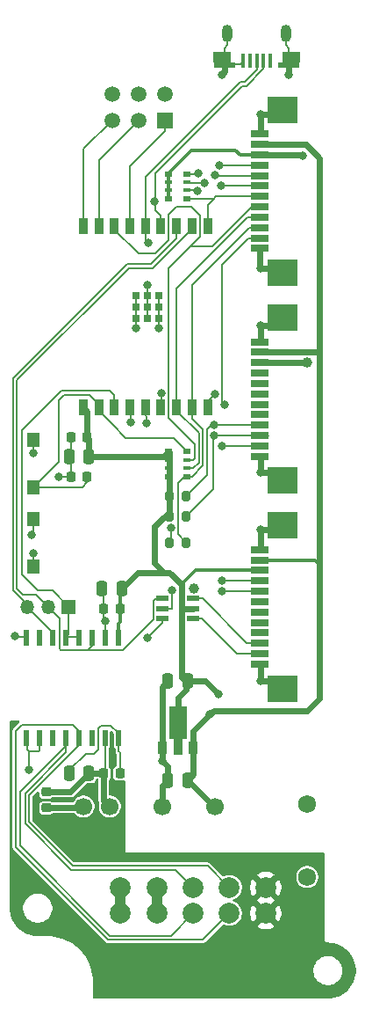
<source format=gbr>
%TF.GenerationSoftware,KiCad,Pcbnew,9.0.0*%
%TF.CreationDate,2025-03-09T10:42:14+03:00*%
%TF.ProjectId,PM_MCU-ESP32_C3,504d5f4d-4355-42d4-9553-5033325f4333,rev?*%
%TF.SameCoordinates,Original*%
%TF.FileFunction,Copper,L1,Top*%
%TF.FilePolarity,Positive*%
%FSLAX46Y46*%
G04 Gerber Fmt 4.6, Leading zero omitted, Abs format (unit mm)*
G04 Created by KiCad (PCBNEW 9.0.0) date 2025-03-09 10:42:14*
%MOMM*%
%LPD*%
G01*
G04 APERTURE LIST*
G04 Aperture macros list*
%AMRoundRect*
0 Rectangle with rounded corners*
0 $1 Rounding radius*
0 $2 $3 $4 $5 $6 $7 $8 $9 X,Y pos of 4 corners*
0 Add a 4 corners polygon primitive as box body*
4,1,4,$2,$3,$4,$5,$6,$7,$8,$9,$2,$3,0*
0 Add four circle primitives for the rounded corners*
1,1,$1+$1,$2,$3*
1,1,$1+$1,$4,$5*
1,1,$1+$1,$6,$7*
1,1,$1+$1,$8,$9*
0 Add four rect primitives between the rounded corners*
20,1,$1+$1,$2,$3,$4,$5,0*
20,1,$1+$1,$4,$5,$6,$7,0*
20,1,$1+$1,$6,$7,$8,$9,0*
20,1,$1+$1,$8,$9,$2,$3,0*%
%AMFreePoly0*
4,1,9,3.862500,-0.866500,0.737500,-0.866500,0.737500,-0.450000,-0.737500,-0.450000,-0.737500,0.450000,0.737500,0.450000,0.737500,0.866500,3.862500,0.866500,3.862500,-0.866500,3.862500,-0.866500,$1*%
G04 Aperture macros list end*
%TA.AperFunction,SMDPad,CuDef*%
%ADD10R,1.803400X0.635000*%
%TD*%
%TA.AperFunction,SMDPad,CuDef*%
%ADD11R,2.997200X2.590800*%
%TD*%
%TA.AperFunction,SMDPad,CuDef*%
%ADD12R,1.244600X1.346200*%
%TD*%
%TA.AperFunction,SMDPad,CuDef*%
%ADD13R,0.889000X1.498600*%
%TD*%
%TA.AperFunction,SMDPad,CuDef*%
%ADD14R,0.711200X0.711200*%
%TD*%
%TA.AperFunction,SMDPad,CuDef*%
%ADD15RoundRect,0.225000X0.225000X0.250000X-0.225000X0.250000X-0.225000X-0.250000X0.225000X-0.250000X0*%
%TD*%
%TA.AperFunction,ComponentPad*%
%ADD16R,1.500000X1.500000*%
%TD*%
%TA.AperFunction,ComponentPad*%
%ADD17C,1.500000*%
%TD*%
%TA.AperFunction,SMDPad,CuDef*%
%ADD18RoundRect,0.225000X0.225000X-0.425000X0.225000X0.425000X-0.225000X0.425000X-0.225000X-0.425000X0*%
%TD*%
%TA.AperFunction,SMDPad,CuDef*%
%ADD19FreePoly0,90.000000*%
%TD*%
%TA.AperFunction,SMDPad,CuDef*%
%ADD20R,0.406400X1.350000*%
%TD*%
%TA.AperFunction,SMDPad,CuDef*%
%ADD21R,1.679095X1.075150*%
%TD*%
%TA.AperFunction,SMDPad,CuDef*%
%ADD22R,2.108196X0.525058*%
%TD*%
%TA.AperFunction,ComponentPad*%
%ADD23O,1.000000X1.700000*%
%TD*%
%TA.AperFunction,SMDPad,CuDef*%
%ADD24R,0.800000X0.500000*%
%TD*%
%TA.AperFunction,SMDPad,CuDef*%
%ADD25R,0.800000X0.400000*%
%TD*%
%TA.AperFunction,SMDPad,CuDef*%
%ADD26RoundRect,0.250000X0.250000X0.475000X-0.250000X0.475000X-0.250000X-0.475000X0.250000X-0.475000X0*%
%TD*%
%TA.AperFunction,SMDPad,CuDef*%
%ADD27R,0.482600X1.549400*%
%TD*%
%TA.AperFunction,ComponentPad*%
%ADD28C,2.000000*%
%TD*%
%TA.AperFunction,SMDPad,CuDef*%
%ADD29RoundRect,0.200000X-0.200000X-0.275000X0.200000X-0.275000X0.200000X0.275000X-0.200000X0.275000X0*%
%TD*%
%TA.AperFunction,SMDPad,CuDef*%
%ADD30RoundRect,0.250000X-0.250000X-0.475000X0.250000X-0.475000X0.250000X0.475000X-0.250000X0.475000X0*%
%TD*%
%TA.AperFunction,SMDPad,CuDef*%
%ADD31R,1.181100X0.558800*%
%TD*%
%TA.AperFunction,ComponentPad*%
%ADD32C,1.725000*%
%TD*%
%TA.AperFunction,ComponentPad*%
%ADD33C,1.700000*%
%TD*%
%TA.AperFunction,ComponentPad*%
%ADD34R,1.350000X1.350000*%
%TD*%
%TA.AperFunction,ComponentPad*%
%ADD35O,1.350000X1.350000*%
%TD*%
%TA.AperFunction,SMDPad,CuDef*%
%ADD36RoundRect,0.225000X0.250000X-0.225000X0.250000X0.225000X-0.250000X0.225000X-0.250000X-0.225000X0*%
%TD*%
%TA.AperFunction,ViaPad*%
%ADD37C,0.800000*%
%TD*%
%TA.AperFunction,ViaPad*%
%ADD38C,1.000000*%
%TD*%
%TA.AperFunction,Conductor*%
%ADD39C,0.200000*%
%TD*%
%TA.AperFunction,Conductor*%
%ADD40C,0.600000*%
%TD*%
%TA.AperFunction,Conductor*%
%ADD41C,0.300000*%
%TD*%
%TA.AperFunction,Conductor*%
%ADD42C,1.000000*%
%TD*%
G04 APERTURE END LIST*
D10*
%TO.P,J3,1,Pin_1*%
%TO.N,GND_MCU*%
X24444000Y24500008D03*
%TO.P,J3,2,Pin_2*%
%TO.N,/INT*%
X24444000Y25500006D03*
%TO.P,J3,3,Pin_3*%
%TO.N,/CS3*%
X24444000Y26500004D03*
%TO.P,J3,4,Pin_4*%
%TO.N,/CS2*%
X24444000Y27500002D03*
%TO.P,J3,5,Pin_5*%
%TO.N,/CS1*%
X24444000Y28500000D03*
%TO.P,J3,6,Pin_6*%
%TO.N,/CS0*%
X24444000Y29500000D03*
%TO.P,J3,7,Pin_7*%
%TO.N,/SCK*%
X24444000Y30500000D03*
%TO.P,J3,8,Pin_8*%
%TO.N,/MISO*%
X24444000Y31500000D03*
%TO.P,J3,9,Pin_9*%
%TO.N,/MOSI*%
X24444000Y32499998D03*
%TO.P,J3,10,Pin_10*%
%TO.N,+3.3V_MCU*%
X24444000Y33499996D03*
%TO.P,J3,11,Pin_11*%
%TO.N,+5V_MCU*%
X24444000Y34499994D03*
%TO.P,J3,12,Pin_11*%
%TO.N,GND_MCU*%
X24444000Y35499992D03*
D11*
%TO.P,J3,13,Pin_11*%
X26614001Y22149997D03*
X26614001Y37850003D03*
%TD*%
D10*
%TO.P,J2,1,Pin_1*%
%TO.N,GND_MCU*%
X24444000Y4500008D03*
%TO.P,J2,2,Pin_2*%
%TO.N,/INT*%
X24444000Y5500006D03*
%TO.P,J2,3,Pin_3*%
%TO.N,/SCL*%
X24444000Y6500004D03*
%TO.P,J2,4,Pin_4*%
%TO.N,/SDA*%
X24444000Y7500002D03*
%TO.P,J2,5,Pin_5*%
%TO.N,unconnected-(J2-Pin_5-Pad5)*%
X24444000Y8500000D03*
%TO.P,J2,6,Pin_6*%
%TO.N,unconnected-(J2-Pin_6-Pad6)*%
X24444000Y9500000D03*
%TO.P,J2,7,Pin_7*%
%TO.N,unconnected-(J2-Pin_7-Pad7)*%
X24444000Y10500000D03*
%TO.P,J2,8,Pin_8*%
%TO.N,unconnected-(J2-Pin_8-Pad8)*%
X24444000Y11500000D03*
%TO.P,J2,9,Pin_9*%
%TO.N,unconnected-(J2-Pin_9-Pad9)*%
X24444000Y12499998D03*
%TO.P,J2,10,Pin_10*%
%TO.N,+3.3V_MCU*%
X24444000Y13499996D03*
%TO.P,J2,11,Pin_11*%
%TO.N,+5V_MCU*%
X24444000Y14499994D03*
%TO.P,J2,12,Pin_11*%
%TO.N,GND_MCU*%
X24444000Y15499992D03*
D11*
%TO.P,J2,13,Pin_11*%
X26614001Y2149997D03*
X26614001Y17850003D03*
%TD*%
D12*
%TO.P,SW2,1,1*%
%TO.N,GND_MCU*%
X2540000Y6096000D03*
%TO.P,SW2,2,2*%
%TO.N,/EN*%
X2540000Y1524000D03*
%TD*%
D13*
%TO.P,U1,1,3V3*%
%TO.N,+3.3V_MCU*%
X7390002Y9170000D03*
%TO.P,U1,2,EN*%
%TO.N,/EN*%
X8890001Y9170000D03*
%TO.P,U1,3,IO4*%
%TO.N,/UART_RTS*%
X10390001Y9170000D03*
%TO.P,U1,4,IO5*%
%TO.N,/SCL*%
X11890000Y9170000D03*
%TO.P,U1,5,IO6*%
%TO.N,/SDA*%
X13390000Y9170000D03*
%TO.P,U1,6,IO7*%
%TO.N,/INT*%
X14890000Y9170000D03*
%TO.P,U1,7,IO8*%
%TO.N,/CS2*%
X16390002Y9170000D03*
%TO.P,U1,8,IO9*%
%TO.N,/CS3*%
X17890001Y9170000D03*
%TO.P,U1,9,GND*%
%TO.N,GND_MCU*%
X19390001Y9170000D03*
%TO.P,U1,10,IO10*%
%TO.N,/CS0*%
X19389998Y26670000D03*
%TO.P,U1,11,RXD_(IO20)*%
%TO.N,/UART_RX*%
X17889999Y26670000D03*
%TO.P,U1,12,TXD_(IO21)*%
%TO.N,/UART_TX*%
X16389999Y26670000D03*
%TO.P,U1,13,IO18_(USB_D-)*%
%TO.N,/USB_D-*%
X14890000Y26670000D03*
%TO.P,U1,14,IO19_(USB_D+)*%
%TO.N,/USB_D+*%
X13390000Y26670000D03*
%TO.P,U1,15,IO3*%
%TO.N,/SCK*%
X11890000Y26670000D03*
%TO.P,U1,16,IO2*%
%TO.N,/CS1*%
X10389998Y26670000D03*
%TO.P,U1,17,IO1*%
%TO.N,/MISO*%
X8889999Y26670000D03*
%TO.P,U1,18,IO0*%
%TO.N,/MOSI*%
X7389999Y26670000D03*
D14*
%TO.P,U1,EPAD,EPAD*%
%TO.N,GND_MCU*%
X12490000Y17780000D03*
X13590000Y17780000D03*
X14690000Y17780000D03*
X12490000Y18880000D03*
X13590000Y18880000D03*
X14690000Y18880000D03*
X12490000Y19980000D03*
X13590000Y19980000D03*
X14690000Y19980000D03*
%TD*%
D15*
%TO.P,C8,1*%
%TO.N,+3.3V_MCU*%
X10935000Y-10160000D03*
%TO.P,C8,2*%
%TO.N,GND_MCU*%
X9385000Y-10160000D03*
%TD*%
%TO.P,C1,1*%
%TO.N,/EN*%
X7760000Y2540000D03*
%TO.P,C1,2*%
%TO.N,GND_MCU*%
X6210000Y2540000D03*
%TD*%
D16*
%TO.P,SW4,1*%
%TO.N,/SCK*%
X15240000Y36830000D03*
D17*
%TO.P,SW4,2*%
%TO.N,/MISO*%
X12700000Y36830000D03*
%TO.P,SW4,3*%
%TO.N,/MOSI*%
X10160000Y36830000D03*
%TO.P,SW4,4*%
%TO.N,Net-(RN1A-R1.2)*%
X10160000Y39370000D03*
%TO.P,SW4,5*%
%TO.N,Net-(RN1B-R2.2)*%
X12700000Y39370000D03*
%TO.P,SW4,6*%
%TO.N,Net-(RN1C-R3.2)*%
X15240000Y39370000D03*
%TD*%
D18*
%TO.P,U2,1,GND*%
%TO.N,GND_MCU*%
X15010000Y-23540000D03*
D19*
%TO.P,U2,2,OUTPUT*%
%TO.N,+3.3V_MCU*%
X16510000Y-23452500D03*
D18*
%TO.P,U2,3,INPUT*%
%TO.N,+5V_MCU*%
X18010000Y-23540000D03*
%TD*%
D20*
%TO.P,J1,1,VBUS*%
%TO.N,unconnected-(J1-VBUS-Pad1)*%
X25430000Y42527092D03*
%TO.P,J1,2,D-*%
%TO.N,/USB_D-*%
X24780014Y42527092D03*
%TO.P,J1,3,D+*%
%TO.N,/USB_D+*%
X24130028Y42527092D03*
%TO.P,J1,4,ID*%
%TO.N,unconnected-(J1-ID-Pad4)*%
X23480042Y42527092D03*
D21*
%TO.P,J1,5,GND*%
%TO.N,GND_MCU*%
X27444579Y42914733D03*
D22*
X27230029Y42114629D03*
D23*
X26955029Y45202208D03*
D20*
X22830056Y42527092D03*
D23*
X21305027Y45202208D03*
D22*
X21030031Y42114621D03*
D21*
X20815481Y42914725D03*
%TD*%
D15*
%TO.P,C5,1*%
%TO.N,+3.3V_MCU*%
X7760000Y6350000D03*
%TO.P,C5,2*%
%TO.N,GND_MCU*%
X6210000Y6350000D03*
%TD*%
D24*
%TO.P,RN2,1,R1.1*%
%TO.N,+3.3V_MCU*%
X15610000Y4940000D03*
D25*
%TO.P,RN2,2,R2.1*%
X15610000Y4140000D03*
%TO.P,RN2,3,R3.1*%
X15610000Y3340000D03*
D24*
%TO.P,RN2,4,R4.1*%
X15610000Y2540000D03*
%TO.P,RN2,5,R4.2*%
%TO.N,/CS3*%
X17410000Y2540000D03*
D25*
%TO.P,RN2,6,R3.2*%
%TO.N,/CS2*%
X17410000Y3340000D03*
%TO.P,RN2,7,R2.2*%
%TO.N,/CS1*%
X17410000Y4140000D03*
D24*
%TO.P,RN2,8,R1.2*%
%TO.N,/EN*%
X17410000Y4940000D03*
%TD*%
D26*
%TO.P,C10,1*%
%TO.N,+5V_MCU*%
X17460000Y-26670000D03*
%TO.P,C10,2*%
%TO.N,GND_MCU*%
X15560000Y-26670000D03*
%TD*%
D27*
%TO.P,U6,1,VDD*%
%TO.N,+3.3V_MCU*%
X10795000Y-12954000D03*
%TO.P,U6,2,GNDA*%
%TO.N,GND_MCU*%
X9525000Y-12954000D03*
%TO.P,U6,3,RO*%
%TO.N,/UART_RX*%
X8255000Y-12954000D03*
%TO.P,U6,4,RE*%
%TO.N,/UART_RTS*%
X6985000Y-12954000D03*
%TO.P,U6,5,DE*%
X5715000Y-12954000D03*
%TO.P,U6,6,DI*%
%TO.N,/UART_TX*%
X4445000Y-12954000D03*
%TO.P,U6,7,NC*%
%TO.N,unconnected-(U6-NC-Pad7)*%
X3175000Y-12954000D03*
%TO.P,U6,8,GNDA*%
%TO.N,GND_MCU*%
X1905000Y-12954000D03*
%TO.P,U6,9,GNDB*%
%TO.N,GND_BUS*%
X1905000Y-22606000D03*
%TO.P,U6,10,SEL*%
X3175000Y-22606000D03*
%TO.P,U6,11,NC*%
%TO.N,unconnected-(U6-NC-Pad11)*%
X4445000Y-22606000D03*
%TO.P,U6,12,A*%
%TO.N,/A*%
X5715000Y-22606000D03*
%TO.P,U6,13,B*%
%TO.N,/B*%
X6985000Y-22606000D03*
%TO.P,U6,14,NC*%
%TO.N,unconnected-(U6-NC-Pad14)*%
X8255000Y-22606000D03*
%TO.P,U6,15,GNDB*%
%TO.N,GND_BUS*%
X9525000Y-22606000D03*
%TO.P,U6,16,VISO*%
%TO.N,+3.3V_BUS*%
X10795000Y-22606000D03*
%TD*%
D10*
%TO.P,J4,1,Pin_1*%
%TO.N,GND_MCU*%
X24444000Y-15499992D03*
%TO.P,J4,2,Pin_2*%
%TO.N,Net-(J4-Pin_2)*%
X24444000Y-14499994D03*
%TO.P,J4,3,Pin_3*%
%TO.N,Net-(J4-Pin_3)*%
X24444000Y-13499996D03*
%TO.P,J4,4,Pin_4*%
%TO.N,unconnected-(J4-Pin_4-Pad4)*%
X24444000Y-12499998D03*
%TO.P,J4,5,Pin_5*%
%TO.N,unconnected-(J4-Pin_5-Pad5)*%
X24444000Y-11500000D03*
%TO.P,J4,6,Pin_6*%
%TO.N,unconnected-(J4-Pin_6-Pad6)*%
X24444000Y-10500000D03*
%TO.P,J4,7,Pin_7*%
%TO.N,unconnected-(J4-Pin_7-Pad7)*%
X24444000Y-9500000D03*
%TO.P,J4,8,Pin_8*%
%TO.N,/USB_D+*%
X24444000Y-8500000D03*
%TO.P,J4,9,Pin_9*%
%TO.N,/USB_D-*%
X24444000Y-7500002D03*
%TO.P,J4,10,Pin_10*%
%TO.N,+3.3V_MCU*%
X24444000Y-6500004D03*
%TO.P,J4,11,Pin_11*%
%TO.N,+5V_MCU*%
X24444000Y-5500006D03*
%TO.P,J4,12,Pin_11*%
%TO.N,GND_MCU*%
X24444000Y-4500008D03*
D11*
%TO.P,J4,13,Pin_11*%
X26614001Y-17850003D03*
X26614001Y-2149997D03*
%TD*%
D28*
%TO.P,J6,1,Pin_1*%
%TO.N,+24V_BUS*%
X11000000Y-37000000D03*
%TO.P,J6,2,Pin_3*%
%TO.N,GND_BUS*%
X14500000Y-37000000D03*
%TO.P,J6,3,3*%
%TO.N,/A*%
X18000000Y-37000000D03*
%TO.P,J6,4,4*%
%TO.N,/B*%
X21500000Y-37000000D03*
%TO.P,J6,5,Pin_9*%
%TO.N,PE*%
X25000000Y-37000000D03*
%TO.P,J6,6,Pin_2*%
%TO.N,+24V_BUS*%
X11000000Y-39500000D03*
%TO.P,J6,7,Pin_4*%
%TO.N,GND_BUS*%
X14500000Y-39500000D03*
%TO.P,J6,8,Pin_6*%
%TO.N,/A*%
X18000000Y-39500000D03*
%TO.P,J6,9,Pin_8*%
%TO.N,/B*%
X21500000Y-39500000D03*
%TO.P,J6,10,Pin_10*%
%TO.N,PE*%
X25000000Y-39500000D03*
%TD*%
D29*
%TO.P,R3,1*%
%TO.N,+3.3V_MCU*%
X15685000Y635000D03*
%TO.P,R3,2*%
%TO.N,/SDA*%
X17335000Y635000D03*
%TD*%
D30*
%TO.P,C3,1*%
%TO.N,+3.3V_BUS*%
X6035000Y-26035000D03*
%TO.P,C3,2*%
%TO.N,GND_BUS*%
X7935000Y-26035000D03*
%TD*%
D31*
%TO.P,U5,1,1A*%
%TO.N,/UART_RX*%
X15043150Y-9209999D03*
%TO.P,U5,2,GND*%
%TO.N,GND_MCU*%
X15043150Y-10160000D03*
%TO.P,U5,3,2A*%
%TO.N,/UART_TX*%
X15043150Y-11110001D03*
%TO.P,U5,4,2Y*%
%TO.N,Net-(J4-Pin_2)*%
X17976850Y-11110001D03*
%TO.P,U5,5,VCC*%
%TO.N,+3.3V_MCU*%
X17976850Y-10160000D03*
%TO.P,U5,6,1Y*%
%TO.N,Net-(J4-Pin_3)*%
X17976850Y-9209999D03*
%TD*%
D15*
%TO.P,C9,1*%
%TO.N,+3.3V_BUS*%
X10935000Y-26035000D03*
%TO.P,C9,2*%
%TO.N,GND_BUS*%
X9385000Y-26035000D03*
%TD*%
D26*
%TO.P,C6,1*%
%TO.N,+3.3V_MCU*%
X11110000Y-8255000D03*
%TO.P,C6,2*%
%TO.N,GND_MCU*%
X9210000Y-8255000D03*
%TD*%
D32*
%TO.P,U4,1*%
%TO.N,GND_BUS*%
X29000000Y-36000000D03*
%TD*%
D29*
%TO.P,R1,1*%
%TO.N,+3.3V_MCU*%
X15685000Y-1270000D03*
%TO.P,R1,2*%
%TO.N,/SCL*%
X17335000Y-1270000D03*
%TD*%
D26*
%TO.P,C4,1*%
%TO.N,+3.3V_MCU*%
X17460000Y-17145000D03*
%TO.P,C4,2*%
%TO.N,GND_MCU*%
X15560000Y-17145000D03*
%TD*%
%TO.P,C2,1*%
%TO.N,+3.3V_MCU*%
X7935000Y4445000D03*
%TO.P,C2,2*%
%TO.N,GND_MCU*%
X6035000Y4445000D03*
%TD*%
D12*
%TO.P,SW1,1,1*%
%TO.N,GND_MCU*%
X2540000Y-6096000D03*
%TO.P,SW1,2,2*%
%TO.N,Net-(R5-Pad1)*%
X2540000Y-1524000D03*
%TD*%
D33*
%TO.P,PS1,1,Vin*%
%TO.N,+24V_BUS*%
X7416800Y-29210000D03*
%TO.P,PS1,2,GND*%
%TO.N,GND_BUS*%
X9956800Y-29210000D03*
%TO.P,PS1,4,0V*%
%TO.N,GND_MCU*%
X15036800Y-29210000D03*
%TO.P,PS1,6,+V*%
%TO.N,+5V_MCU*%
X20116800Y-29210000D03*
%TD*%
D29*
%TO.P,R5,1*%
%TO.N,Net-(R5-Pad1)*%
X15685000Y-3810000D03*
%TO.P,R5,2*%
%TO.N,/CS3*%
X17335000Y-3810000D03*
%TD*%
D24*
%TO.P,RN1,1,R1.1*%
%TO.N,+3.3V_MCU*%
X15610000Y31680000D03*
D25*
%TO.P,RN1,2,R2.1*%
X15610000Y30880000D03*
%TO.P,RN1,3,R3.1*%
X15610000Y30080000D03*
D24*
%TO.P,RN1,4,R4.1*%
X15610000Y29280000D03*
%TO.P,RN1,5,R4.2*%
%TO.N,/CS0*%
X17410000Y29280000D03*
D25*
%TO.P,RN1,6,R3.2*%
%TO.N,Net-(RN1C-R3.2)*%
X17410000Y30080000D03*
%TO.P,RN1,7,R2.2*%
%TO.N,Net-(RN1B-R2.2)*%
X17410000Y30880000D03*
D24*
%TO.P,RN1,8,R1.2*%
%TO.N,Net-(RN1A-R1.2)*%
X17410000Y31680000D03*
%TD*%
D34*
%TO.P,J7,1,Pin_1*%
%TO.N,/UART_RTS*%
X6000000Y-10000000D03*
D35*
%TO.P,J7,2,Pin_2*%
%TO.N,/UART_RX*%
X4000000Y-10000000D03*
%TO.P,J7,3,Pin_3*%
%TO.N,/UART_TX*%
X2000000Y-10000000D03*
%TD*%
D36*
%TO.P,C7,1*%
%TO.N,+24V_BUS*%
X3810000Y-29350000D03*
%TO.P,C7,2*%
%TO.N,GND_BUS*%
X3810000Y-27800000D03*
%TD*%
D32*
%TO.P,U3,1*%
%TO.N,GND_MCU*%
X29000000Y-29000000D03*
%TD*%
D37*
%TO.N,/SCL*%
X12000000Y7750000D03*
X20050000Y6500000D03*
%TO.N,/SDA*%
X13500000Y7709000D03*
X20050000Y7500002D03*
%TO.N,/USB_D+*%
X20750000Y-8500005D03*
X13651700Y25073700D03*
%TO.N,/USB_D-*%
X14272725Y29004725D03*
X20750000Y-7500002D03*
%TO.N,GND_MCU*%
X24496900Y37358200D03*
X5000000Y2500000D03*
X13590000Y20937600D03*
X24496900Y-2605000D03*
X800000Y-12800000D03*
X2540000Y-4812000D03*
X24496900Y22604900D03*
X24500300Y17074300D03*
X14690000Y16810300D03*
X15010000Y-24830000D03*
X2540000Y4812400D03*
X20088300Y10516500D03*
X9525000Y-11355000D03*
X20750000Y41242100D03*
X12490000Y16810200D03*
X24500300Y2927300D03*
X27250000Y41250000D03*
X15996000Y-8434000D03*
X24511900Y-17152000D03*
%TO.N,+3.3V_MCU*%
X28588000Y33388000D03*
D38*
X29000000Y13499993D03*
D37*
X20447000Y-18415000D03*
%TO.N,/SCK*%
X20700000Y30500000D03*
%TO.N,/MOSI*%
X20500000Y32512000D03*
%TO.N,/MISO*%
X20125955Y31584590D03*
%TO.N,/UART_TX*%
X13589000Y-12954000D03*
%TO.N,/INT*%
X14900000Y10600000D03*
X21000000Y9500000D03*
X20750000Y5500000D03*
%TO.N,GND_BUS*%
X2145000Y-25718000D03*
%TO.N,Net-(RN1A-R1.2)*%
X18500000Y31700000D03*
%TO.N,Net-(R5-Pad1)*%
X15831000Y-2385000D03*
X2439100Y-3098000D03*
%TO.N,+5V_MCU*%
X19620471Y-20382471D03*
D38*
X18037600Y-8226000D03*
D37*
%TO.N,Net-(RN1C-R3.2)*%
X18400000Y30000000D03*
%TO.N,Net-(RN1B-R2.2)*%
X19100000Y30800000D03*
%TD*%
D39*
%TO.N,/EN*%
X7760000Y1988100D02*
X7295900Y1524000D01*
X10250000Y7500000D02*
X10250000Y7505201D01*
X7953802Y10400000D02*
X8890001Y9463801D01*
X2540000Y1524000D02*
X5000000Y3984000D01*
X17410000Y4940000D02*
X16100000Y6250000D01*
X5550000Y10400000D02*
X7953802Y10400000D01*
X8890001Y9463801D02*
X8890001Y9170000D01*
X8890001Y8865200D02*
X8890001Y9170000D01*
X7760000Y2540000D02*
X7760000Y1988100D01*
X16100000Y6250000D02*
X11500000Y6250000D01*
X5000000Y3984000D02*
X5000000Y9850000D01*
X10250000Y7505201D02*
X8890001Y8865200D01*
X11500000Y6250000D02*
X10250000Y7500000D01*
X5000000Y9850000D02*
X5550000Y10400000D01*
X7295900Y1524000D02*
X2540000Y1524000D01*
%TO.N,/SCL*%
X25263200Y6500000D02*
X24444000Y6500000D01*
X19900000Y6400000D02*
X19900000Y1295000D01*
X22240604Y6500004D02*
X24444000Y6500004D01*
X22240600Y6500000D02*
X22240604Y6500004D01*
X20000000Y6500000D02*
X19900000Y6400000D01*
X20050000Y6500000D02*
X22240600Y6500000D01*
X12000000Y7750000D02*
X12000000Y9060000D01*
X20050000Y6500000D02*
X20000000Y6500000D01*
X12000000Y9060000D02*
X11890000Y9170000D01*
X19900000Y1295000D02*
X17335000Y-1270000D01*
%TO.N,/SDA*%
X20050000Y7500002D02*
X24444000Y7500002D01*
X19349000Y7099000D02*
X19349000Y2649000D01*
X13390000Y8410000D02*
X13390000Y9170000D01*
X13500000Y8300000D02*
X13390000Y8410000D01*
X19349000Y2649000D02*
X17335000Y635000D01*
X19750002Y7500002D02*
X19349000Y7099000D01*
X13500000Y7709000D02*
X13500000Y8300000D01*
X20050000Y7500002D02*
X19750002Y7500002D01*
%TO.N,/USB_D+*%
X22963150Y40532000D02*
X22567314Y40532000D01*
X24130028Y42527092D02*
X24130028Y41698878D01*
X22567314Y40532000D02*
X13390000Y31354686D01*
X13390000Y31354686D02*
X13390000Y26670000D01*
X20750000Y-8500005D02*
X24443995Y-8500005D01*
X24130028Y41698878D02*
X22963150Y40532000D01*
X13390000Y25335400D02*
X13651700Y25073700D01*
X13390000Y26670000D02*
X13390000Y25335400D01*
X24443995Y-8500005D02*
X24444000Y-8500000D01*
%TO.N,/USB_D-*%
X14351000Y28194000D02*
X14890000Y27655000D01*
X24780014Y41783178D02*
X23128836Y40132000D01*
X23128836Y40132000D02*
X22733000Y40132000D01*
X22733000Y40132000D02*
X14351000Y31750000D01*
X20750000Y-7500002D02*
X24444000Y-7500002D01*
X24780014Y42527092D02*
X24780014Y41783178D01*
X14351000Y31750000D02*
X14351000Y28194000D01*
X14272725Y28940875D02*
X14351000Y28862600D01*
X14272725Y29004725D02*
X14272725Y28940875D01*
X14890000Y27655000D02*
X14890000Y26670000D01*
%TO.N,GND_MCU*%
X13590000Y18880000D02*
X13590000Y19980000D01*
D40*
X15010000Y-24830000D02*
X15010000Y-23540000D01*
X24500300Y4443708D02*
X24444000Y4500008D01*
X25836698Y2927300D02*
X26614001Y2149997D01*
X24444000Y24500008D02*
X24444000Y22657800D01*
D39*
X6210000Y2540000D02*
X5040000Y2540000D01*
X903200Y-12903200D02*
X1905000Y-12903200D01*
X9385000Y-9525000D02*
X9385000Y-7620000D01*
D40*
X24511900Y-17152000D02*
X24511900Y-15567892D01*
X15010000Y-17695000D02*
X15010000Y-23540000D01*
D39*
X15560000Y-28686800D02*
X15036800Y-29210000D01*
D40*
X15036800Y-27193200D02*
X15560000Y-26670000D01*
X26159098Y22604900D02*
X26614001Y22149997D01*
D39*
X14690000Y16810300D02*
X14690000Y17780000D01*
X21305000Y44050500D02*
X21030000Y43775500D01*
X12490000Y16810200D02*
X12490000Y17780000D01*
X2540000Y4812400D02*
X2540000Y6096000D01*
X5040000Y2540000D02*
X5000000Y2500000D01*
X21463364Y42266842D02*
X20815481Y42914725D01*
D40*
X27250000Y41250000D02*
X27250000Y42720154D01*
D39*
X6210000Y4445000D02*
X6210000Y6350000D01*
X15043200Y-10160000D02*
X15935500Y-10160000D01*
X12490000Y17780000D02*
X12490000Y18880000D01*
X15735000Y-17285000D02*
X15735000Y-17145000D01*
X800000Y-12800000D02*
X903200Y-12903200D01*
D40*
X24496900Y37358200D02*
X24496900Y35552892D01*
D39*
X14690000Y18880000D02*
X14690000Y19980000D01*
D40*
X24511900Y-15567892D02*
X24444000Y-15499992D01*
D39*
X24444000Y-2657900D02*
X24496900Y-2605000D01*
D40*
X24444000Y22657800D02*
X24496900Y22604900D01*
X26122198Y37358200D02*
X26614001Y37850003D01*
X24496900Y-2605000D02*
X26158998Y-2605000D01*
X24496900Y22604900D02*
X26159098Y22604900D01*
D39*
X9525000Y-12903000D02*
X9525000Y-12903200D01*
D40*
X24500300Y17074300D02*
X25838298Y17074300D01*
D39*
X24444000Y37305300D02*
X24496900Y37358200D01*
D40*
X24496900Y-4447108D02*
X24444000Y-4500008D01*
X15560000Y-17145000D02*
X15010000Y-17695000D01*
D39*
X15935500Y-10160000D02*
X15996000Y-10100000D01*
X2540000Y-4812000D02*
X2540000Y-6096000D01*
D40*
X24500300Y17074300D02*
X24500300Y15556292D01*
X20750000Y41242100D02*
X21030031Y41522131D01*
X15036800Y-29210000D02*
X15036800Y-27193200D01*
X25838298Y17074300D02*
X26614001Y17850003D01*
D39*
X13590000Y19980000D02*
X13590000Y20937600D01*
X21030000Y43775500D02*
X21030000Y42652200D01*
X22569806Y42266842D02*
X21463364Y42266842D01*
D40*
X24500300Y2927300D02*
X25836698Y2927300D01*
D39*
X9525000Y-11355000D02*
X9525000Y-12903000D01*
D40*
X24500300Y15556292D02*
X24444000Y15499992D01*
X15560000Y-26670000D02*
X15560000Y-25380000D01*
X24511900Y-17152000D02*
X25915998Y-17152000D01*
D39*
X13590000Y17780000D02*
X13590000Y18880000D01*
X22830056Y42527092D02*
X22569806Y42266842D01*
X27230000Y43775500D02*
X27230000Y42652200D01*
X26955000Y45202200D02*
X26955000Y44050500D01*
D40*
X26158998Y-2605000D02*
X26614001Y-2149997D01*
D39*
X26955000Y44050500D02*
X27230000Y43775500D01*
D40*
X27250000Y42720154D02*
X27444579Y42914733D01*
D39*
X19390000Y9170000D02*
X19390000Y9818200D01*
X6210000Y2540000D02*
X6210000Y4445000D01*
D40*
X21030031Y41522131D02*
X21030031Y42114621D01*
D39*
X9385000Y-11215000D02*
X9385000Y-9525000D01*
X12490000Y18880000D02*
X12490000Y19980000D01*
X14690000Y17780000D02*
X14690000Y18880000D01*
X24444000Y17018000D02*
X24500300Y17074300D01*
D40*
X24496900Y-2605000D02*
X24496900Y-4447108D01*
X25915998Y-17152000D02*
X26614001Y-17850003D01*
X24496900Y37358200D02*
X26122198Y37358200D01*
D39*
X26068903Y22604900D02*
X26614001Y23149998D01*
D40*
X15560000Y-25380000D02*
X15010000Y-24830000D01*
D39*
X24500300Y2927300D02*
X24591000Y2927300D01*
X15996000Y-10100000D02*
X15996000Y-8434000D01*
X19390000Y9818200D02*
X20088300Y10516500D01*
X9525000Y-11355000D02*
X9385000Y-11215000D01*
D40*
X24500300Y2927300D02*
X24500300Y4443708D01*
D39*
X21305000Y45202200D02*
X21305000Y44050500D01*
D40*
X24496900Y35552892D02*
X24444000Y35499992D01*
%TO.N,+3.3V_MCU*%
X7935000Y6175000D02*
X7760000Y6350000D01*
X15685000Y-1270000D02*
X15685000Y635000D01*
D41*
X17835200Y33964200D02*
X15610000Y31739000D01*
X10795000Y-11624000D02*
X10935000Y-11484000D01*
D40*
X14293000Y-2262000D02*
X15285000Y-1270000D01*
X7935000Y4445000D02*
X7935000Y6175000D01*
X16886300Y-9989399D02*
X16886300Y-8816493D01*
X14293000Y-5648000D02*
X14293000Y-2262000D01*
D41*
X10935000Y-9525000D02*
X10935000Y-7620000D01*
D40*
X24444000Y33499996D02*
X28476004Y33499996D01*
X17056901Y-10160000D02*
X16886300Y-10330601D01*
X28999993Y13500000D02*
X29000000Y13499993D01*
X28476004Y33499996D02*
X28575000Y33401000D01*
X17460000Y-17145000D02*
X19177000Y-17145000D01*
D41*
X15610000Y31739000D02*
X15610000Y31680000D01*
X24444000Y33500000D02*
X22520300Y33500000D01*
D40*
X16886300Y-8816493D02*
X16896000Y-8806793D01*
X16886300Y-16746300D02*
X17285000Y-17145000D01*
D41*
X22520300Y33500000D02*
X22056100Y33964200D01*
D40*
X16896000Y-7845238D02*
X15740762Y-6690000D01*
D41*
X17285000Y-17145000D02*
X17034700Y-16895000D01*
D40*
X14293000Y-5793492D02*
X14293000Y-5648000D01*
X11110000Y-8255000D02*
X12675000Y-6690000D01*
D41*
X15610000Y710000D02*
X15685000Y635000D01*
D40*
X15115000Y4445000D02*
X15610000Y4940000D01*
X7760000Y8800002D02*
X7390002Y9170000D01*
X12675000Y-6690000D02*
X15189508Y-6690000D01*
X19177000Y-17145000D02*
X20447000Y-18415000D01*
X17976850Y-10160000D02*
X17056901Y-10160000D01*
D41*
X15610000Y31680000D02*
X15610000Y29280000D01*
D40*
X16886300Y-10330601D02*
X16886300Y-10400000D01*
X16510000Y-23452500D02*
X16510000Y-18725793D01*
D41*
X22056100Y33964200D02*
X17835200Y33964200D01*
X10795000Y-12903000D02*
X10795000Y-11624000D01*
D40*
X15685000Y635000D02*
X15685000Y4865000D01*
D41*
X18241234Y-6500004D02*
X16896000Y-7845238D01*
D40*
X24444004Y13500000D02*
X28999993Y13500000D01*
D41*
X24444000Y-6500004D02*
X18241234Y-6500004D01*
D40*
X24444000Y13499996D02*
X24444004Y13500000D01*
X16510000Y-18725793D02*
X17285000Y-17950793D01*
D41*
X10795000Y-12903000D02*
X10795000Y-12903200D01*
X10935000Y-11484000D02*
X10935000Y-9525000D01*
D40*
X16896000Y-8806793D02*
X16896000Y-7845238D01*
X15740762Y-6690000D02*
X15189508Y-6690000D01*
X16886300Y-9989399D02*
X16886300Y-10400000D01*
X16886300Y-10400000D02*
X16886300Y-16746300D01*
X15285000Y-1270000D02*
X15685000Y-1270000D01*
X7935000Y4445000D02*
X15115000Y4445000D01*
X17285000Y-17950793D02*
X17285000Y-17145000D01*
D41*
X16510000Y-23452000D02*
X16510000Y-23452500D01*
D40*
X15189508Y-6690000D02*
X14293000Y-5793492D01*
X7760000Y6350000D02*
X7760000Y8800002D01*
X15685000Y4865000D02*
X15610000Y4940000D01*
D39*
%TO.N,/SCK*%
X11890000Y32428300D02*
X11890000Y26670000D01*
X15240000Y36830000D02*
X15240000Y35778300D01*
X15240000Y35778300D02*
X11890000Y32428300D01*
X20700000Y30500000D02*
X24444000Y30500000D01*
%TO.N,/CS0*%
X19390000Y26670000D02*
X19390000Y28669200D01*
X19389998Y26670000D02*
X19389998Y26365200D01*
X20020800Y29300000D02*
X19390000Y28669200D01*
X17430000Y29300000D02*
X20020800Y29300000D01*
X17410000Y29280000D02*
X17430000Y29300000D01*
X19390000Y28669200D02*
X19820800Y29100000D01*
X24444000Y29500000D02*
X20220800Y29500000D01*
X20220800Y29500000D02*
X19820800Y29100000D01*
%TO.N,/MOSI*%
X23240600Y32500000D02*
X24444000Y32500000D01*
X23228600Y32512000D02*
X23240600Y32500000D01*
X20500000Y32512000D02*
X23228600Y32512000D01*
X10160000Y36830000D02*
X7390000Y34060000D01*
X7390000Y34060000D02*
X7390000Y26670000D01*
%TO.N,/MISO*%
X20125955Y31584590D02*
X20190110Y31584590D01*
X20190110Y31584590D02*
X20274700Y31500000D01*
X8890000Y33020000D02*
X8890000Y26670000D01*
X20274700Y31500000D02*
X24444000Y31500000D01*
X12700000Y36830000D02*
X8890000Y33020000D01*
%TO.N,/CS1*%
X10390000Y26670000D02*
X10390000Y26313000D01*
X18010000Y4140000D02*
X17410000Y4140000D01*
X16386200Y28519400D02*
X17780600Y28519400D01*
X14369299Y24000000D02*
X15644499Y25275200D01*
X12703000Y24000000D02*
X14369299Y24000000D01*
X15635500Y8184200D02*
X18146000Y5673700D01*
X18146000Y5673700D02*
X18146000Y4276000D01*
X19861101Y24687601D02*
X23673500Y28500000D01*
X17712399Y24687601D02*
X15635500Y22610702D01*
X17780600Y28519400D02*
X18644498Y27655502D01*
X17712399Y24687601D02*
X19861101Y24687601D01*
X15644499Y27777699D02*
X16386200Y28519400D01*
X18644498Y25619700D02*
X17712399Y24687601D01*
X18146000Y4276000D02*
X18010000Y4140000D01*
X23673500Y28500000D02*
X24444000Y28500000D01*
X10390000Y26313000D02*
X12703000Y24000000D01*
X18644498Y27655502D02*
X18644498Y25619700D01*
X15644499Y25275200D02*
X15644499Y27777699D01*
X15635500Y22610702D02*
X15635500Y8184200D01*
%TO.N,/UART_RX*%
X5217700Y-14141000D02*
X7830000Y-14141000D01*
X5080000Y-14003300D02*
X5217700Y-14141000D01*
X11197500Y-14141000D02*
X7830800Y-14141000D01*
X15043200Y-9210000D02*
X14390000Y-9210000D01*
X5080000Y-11080000D02*
X5080000Y-14003300D01*
X17889999Y26670000D02*
X17889999Y26365200D01*
X1000000Y-8206714D02*
X1593286Y-8800000D01*
X4000000Y-10000000D02*
X5080000Y-11080000D01*
X14390000Y-9210000D02*
X14150000Y-9450000D01*
X7830800Y-14141000D02*
X7830400Y-14141000D01*
X7830000Y-14141000D02*
X8255000Y-13716000D01*
X17889999Y26365200D02*
X14111799Y22587000D01*
X1000000Y11795000D02*
X1000000Y-8206714D01*
X1593286Y-8800000D02*
X2800000Y-8800000D01*
X8255000Y-13716000D02*
X8255000Y-12903200D01*
X14150000Y-9450000D02*
X14150000Y-11188500D01*
X14150000Y-11188500D02*
X11197500Y-14141000D01*
X7830400Y-14140600D02*
X7830800Y-14141000D01*
X11792000Y22587000D02*
X1000000Y11795000D01*
X2800000Y-8800000D02*
X4000000Y-10000000D01*
X14111799Y22587000D02*
X11792000Y22587000D01*
%TO.N,/UART_TX*%
X599000Y-8040614D02*
X599000Y-8372814D01*
X11391000Y22753100D02*
X833900Y12196000D01*
X833900Y-8607714D02*
X1663286Y-9437100D01*
X833900Y12196000D02*
X599000Y11961100D01*
X13589000Y-12954000D02*
X15043200Y-11499800D01*
X11625900Y22988000D02*
X11391000Y22753100D01*
X1899601Y-9672000D02*
X2387601Y-10160000D01*
X1663286Y-9437100D02*
X1898186Y-9672000D01*
X11958100Y22988000D02*
X11625900Y22988000D01*
X16389999Y26670000D02*
X16389999Y25432300D01*
X4445000Y-12445000D02*
X4445000Y-12954000D01*
X2000000Y-10000000D02*
X4445000Y-12445000D01*
X599000Y11628900D02*
X599000Y-8040614D01*
X13945699Y22988000D02*
X11958100Y22988000D01*
X599000Y11961100D02*
X599000Y11628900D01*
X15043200Y-11499800D02*
X15043200Y-11110000D01*
X599000Y-8372814D02*
X833900Y-8607714D01*
X16389999Y25432300D02*
X13945699Y22988000D01*
X1898186Y-9672000D02*
X1899601Y-9672000D01*
%TO.N,/B*%
X870000Y-33128000D02*
X870000Y-21923400D01*
X9798000Y-42056000D02*
X870000Y-33128000D01*
X21500000Y-39500000D02*
X18944000Y-42056000D01*
X870000Y-21923400D02*
X1457400Y-21336000D01*
X1457400Y-21336000D02*
X6350000Y-21336000D01*
X2178000Y-30695314D02*
X6388686Y-34906000D01*
X6350000Y-21336000D02*
X6985000Y-21971000D01*
X6985000Y-23342600D02*
X2178000Y-28149600D01*
X6985000Y-21971000D02*
X6985000Y-22656800D01*
X6985000Y-22656800D02*
X6985000Y-23342600D01*
X18944000Y-42056000D02*
X9798000Y-42056000D01*
X6388686Y-34906000D02*
X19406000Y-34906000D01*
X2178000Y-28149600D02*
X2178000Y-30695314D01*
X19406000Y-34906000D02*
X21500000Y-37000000D01*
%TO.N,/A*%
X5715000Y-23368000D02*
X5715000Y-23012500D01*
X5715000Y-22657000D02*
X5715000Y-22656800D01*
X1270000Y-32962314D02*
X1270000Y-27813000D01*
X16306000Y-35306000D02*
X18000000Y-37000000D01*
X5715000Y-24003000D02*
X1778000Y-27940000D01*
X5715000Y-23012500D02*
X5715000Y-22657000D01*
X5715000Y-23368000D02*
X5715000Y-22656800D01*
X1270000Y-27813000D02*
X5715000Y-23368000D01*
X15844000Y-41656000D02*
X9963686Y-41656000D01*
X6223000Y-35306000D02*
X16306000Y-35306000D01*
X9963686Y-41656000D02*
X1270000Y-32962314D01*
X1778000Y-27940000D02*
X1778000Y-30861000D01*
X18000000Y-39500000D02*
X15844000Y-41656000D01*
X1778000Y-30861000D02*
X6223000Y-35306000D01*
X5715000Y-22656800D02*
X5715000Y-24003000D01*
%TO.N,/INT*%
X14900000Y9672500D02*
X14890000Y9662500D01*
X24500300Y5443700D02*
X24444000Y5500000D01*
X20750000Y10844750D02*
X20750000Y22907706D01*
X14890000Y9662500D02*
X14890000Y9170000D01*
X20788300Y10806450D02*
X20750000Y10844750D01*
X20750000Y22907706D02*
X23342300Y25500006D01*
X21000000Y9500000D02*
X20750000Y9750000D01*
X20750000Y10188250D02*
X20788300Y10226550D01*
X20750006Y5500006D02*
X24444000Y5500006D01*
X20750000Y5500000D02*
X20750006Y5500006D01*
X14900000Y10600000D02*
X14900000Y9672500D01*
X20750000Y9750000D02*
X20750000Y10188250D01*
X20788300Y10226550D02*
X20788300Y10806450D01*
X23342300Y25500006D02*
X24444000Y25500006D01*
%TO.N,/CS2*%
X16390002Y20649402D02*
X16390002Y9272798D01*
X18547000Y3877000D02*
X18010000Y3340000D01*
X23240600Y27500000D02*
X16390002Y20649402D01*
X18010000Y3340000D02*
X17410000Y3340000D01*
X18547000Y6568800D02*
X18547000Y3877000D01*
X16390002Y8865200D02*
X18547000Y6708202D01*
X24444000Y27500000D02*
X23240600Y27500000D01*
X18547000Y6708202D02*
X18547000Y6568800D01*
X16390002Y9272798D02*
X16492800Y9170000D01*
X16390002Y9170000D02*
X16390002Y8865200D01*
X16492800Y9170000D02*
X16390000Y9170000D01*
X16492800Y8773401D02*
X16492800Y9170000D01*
%TO.N,/CS3*%
X17890000Y20949400D02*
X17890000Y8119000D01*
X17890000Y8119000D02*
X18948000Y7061000D01*
X17335000Y-3810000D02*
X16510000Y-2985000D01*
X18948000Y7061000D02*
X18948000Y3581000D01*
X17907000Y2540000D02*
X17410000Y2540000D01*
X16532000Y-2675364D02*
X16532000Y-2094636D01*
X16532000Y-2094636D02*
X16510000Y-2072636D01*
X24444000Y26500000D02*
X23440600Y26500000D01*
X16510000Y1905000D02*
X17145000Y2540000D01*
X17145000Y2540000D02*
X17410000Y2540000D01*
X18948000Y3581000D02*
X17907000Y2540000D01*
X16510000Y-2697364D02*
X16532000Y-2675364D01*
X16510000Y-2985000D02*
X16510000Y-2697364D01*
X23440600Y26500000D02*
X17890000Y20949400D01*
X16510000Y-2072636D02*
X16510000Y1905000D01*
%TO.N,GND_BUS*%
X2000000Y-23741000D02*
X2145000Y-23886000D01*
X1905000Y-22656800D02*
X2000000Y-22751800D01*
X2145000Y-23886000D02*
X2145000Y-25718000D01*
D40*
X7935000Y-26035000D02*
X9385000Y-26035000D01*
D39*
X3175000Y-23785000D02*
X3175000Y-22657000D01*
D42*
X14500000Y-37000000D02*
X14500000Y-39500000D01*
D40*
X9385000Y-28638200D02*
X9956800Y-29210000D01*
X3810000Y-27800000D02*
X6170000Y-27800000D01*
X6170000Y-27800000D02*
X7935000Y-26035000D01*
D39*
X3175000Y-22657000D02*
X3175000Y-22656800D01*
X2000000Y-22751800D02*
X2000000Y-23741000D01*
X9525000Y-22657000D02*
X9525000Y-25895000D01*
D40*
X9385000Y-26035000D02*
X9385000Y-28638200D01*
D39*
X9525000Y-22657000D02*
X9525000Y-22656800D01*
X2145000Y-23886000D02*
X3074100Y-23886000D01*
X3074100Y-23886000D02*
X3175000Y-23785000D01*
X9525000Y-25895000D02*
X9385000Y-26035000D01*
%TO.N,/UART_RTS*%
X6984900Y-12903000D02*
X6985000Y-12903000D01*
X1500000Y7000000D02*
X1500000Y-6900000D01*
X5715000Y-12903200D02*
X6985000Y-12903200D01*
X5715200Y-12903000D02*
X5715100Y-12903000D01*
X1500000Y-6900000D02*
X3000000Y-8400000D01*
X10350000Y9210001D02*
X10350000Y10400000D01*
X6000000Y-10000000D02*
X6000000Y-12669000D01*
X9950000Y10800000D02*
X5300000Y10800000D01*
X6985000Y-12903000D02*
X6985000Y-12903200D01*
X5300000Y10800000D02*
X1500000Y7000000D01*
X10390001Y9170000D02*
X10350000Y9210001D01*
X4400000Y-8400000D02*
X6000000Y-10000000D01*
X5715100Y-12903000D02*
X5715000Y-12903000D01*
X5715100Y-12903000D02*
X5715000Y-12903000D01*
X5715100Y-12903000D02*
X5715000Y-12903100D01*
X5715100Y-12903000D02*
X5715000Y-12903000D01*
X10350000Y10400000D02*
X9950000Y10800000D01*
X5715000Y-12903100D02*
X5715000Y-12903200D01*
X6984800Y-12903000D02*
X6984900Y-12903000D01*
X6000000Y-12669000D02*
X5715000Y-12954000D01*
X3000000Y-8400000D02*
X4400000Y-8400000D01*
X6984900Y-12903000D02*
X6985000Y-12903000D01*
%TO.N,+3.3V_BUS*%
X8813500Y-21720000D02*
X8813500Y-23698500D01*
X10795000Y-22158400D02*
X10066300Y-21429700D01*
X8813500Y-23698500D02*
X8382000Y-24130000D01*
X10066300Y-21429700D02*
X9103800Y-21429700D01*
X7620000Y-24130000D02*
X6035000Y-25715000D01*
X6035000Y-25715000D02*
X6035000Y-25860000D01*
X9103800Y-21429700D02*
X8813500Y-21720000D01*
X10795000Y-23886000D02*
X10795000Y-22158400D01*
X10935000Y-24026000D02*
X10795000Y-23886000D01*
X8382000Y-24130000D02*
X7620000Y-24130000D01*
X10935000Y-26035000D02*
X10935000Y-24026000D01*
D40*
%TO.N,+24V_BUS*%
X3810000Y-29350000D02*
X7276800Y-29350000D01*
X7276800Y-29350000D02*
X7416800Y-29210000D01*
D42*
X11000000Y-37000000D02*
X11000000Y-39500000D01*
D41*
X7270000Y-29350000D02*
X7410000Y-29210000D01*
D39*
%TO.N,Net-(RN1A-R1.2)*%
X17410000Y31680000D02*
X18480000Y31680000D01*
X18480000Y31680000D02*
X18500000Y31700000D01*
%TO.N,Net-(R5-Pad1)*%
X15831000Y-3664000D02*
X15831000Y-2385000D01*
X15685000Y-3810000D02*
X15831000Y-3664000D01*
X2540000Y-2998000D02*
X2540000Y-1524000D01*
X2439100Y-3098000D02*
X2540000Y-2998000D01*
D41*
%TO.N,+5V_MCU*%
X24444000Y14499991D02*
X24592991Y14351000D01*
X29750006Y-5500006D02*
X24444000Y-5500006D01*
D40*
X20000000Y-29210000D02*
X17460000Y-26670000D01*
X30200000Y-18800000D02*
X29000000Y-20000000D01*
D41*
X19620471Y-20382472D02*
X19620471Y-20382471D01*
D40*
X20116800Y-29210000D02*
X20000000Y-29210000D01*
X28890220Y34499994D02*
X30200000Y33190214D01*
X18010000Y-21992942D02*
X19620471Y-20382471D01*
D39*
X24229006Y-5715000D02*
X24444000Y-5500006D01*
D40*
X30200000Y13800000D02*
X30200000Y-5950000D01*
X24444000Y14499994D02*
X29900006Y14499994D01*
D41*
X18010000Y-23540000D02*
X18010000Y-23852000D01*
X19620471Y-20382471D02*
X19620472Y-20382471D01*
X17576800Y-26670000D02*
X17460000Y-26670000D01*
D40*
X29000000Y-20000000D02*
X20002942Y-20000000D01*
X18010000Y-23540000D02*
X18010000Y-21992942D01*
X18010000Y-26120000D02*
X17460000Y-26670000D01*
X24444000Y34499994D02*
X28890220Y34499994D01*
X18010000Y-23540000D02*
X18010000Y-26120000D01*
X20002942Y-20000000D02*
X19620471Y-20382471D01*
X30200000Y-5950000D02*
X30200000Y-18800000D01*
X30200000Y33190214D02*
X30200000Y13800000D01*
D41*
X30000000Y-5750000D02*
X29750006Y-5500006D01*
X18037600Y-8067600D02*
X18037600Y-8226000D01*
D39*
%TO.N,Net-(J4-Pin_3)*%
X23185096Y-13499996D02*
X24444000Y-13499996D01*
X17976900Y-9210000D02*
X18895100Y-9210000D01*
X18895100Y-9210000D02*
X23185096Y-13499996D01*
%TO.N,Net-(J4-Pin_2)*%
X22259194Y-14499994D02*
X24444000Y-14499994D01*
X18869200Y-11110000D02*
X22259194Y-14499994D01*
X17976900Y-11110000D02*
X18869200Y-11110000D01*
%TO.N,Net-(RN1C-R3.2)*%
X17410000Y30080000D02*
X18320000Y30080000D01*
X18320000Y30080000D02*
X18400000Y30000000D01*
%TO.N,Net-(RN1B-R2.2)*%
X17490000Y30800000D02*
X19100000Y30800000D01*
X17410000Y30880000D02*
X17490000Y30800000D01*
%TD*%
%TA.AperFunction,Conductor*%
%TO.N,PE*%
G36*
X1181106Y-20974685D02*
G01*
X1226861Y-21027489D01*
X1236805Y-21096647D01*
X1207780Y-21160203D01*
X1201748Y-21166681D01*
X629541Y-21738887D01*
X629535Y-21738895D01*
X589982Y-21807404D01*
X589979Y-21807409D01*
X588870Y-21811549D01*
X569500Y-21883838D01*
X569500Y-33167562D01*
X589979Y-33243989D01*
X600846Y-33262810D01*
X600847Y-33262814D01*
X600848Y-33262814D01*
X629540Y-33312511D01*
X9613489Y-42296460D01*
X9672829Y-42330720D01*
X9682008Y-42336020D01*
X9682012Y-42336022D01*
X9758438Y-42356500D01*
X9758440Y-42356500D01*
X18983560Y-42356500D01*
X18983562Y-42356500D01*
X19059989Y-42336021D01*
X19128511Y-42296460D01*
X19184460Y-42240511D01*
X20825256Y-40599713D01*
X20886577Y-40566230D01*
X20956268Y-40571214D01*
X20969223Y-40576907D01*
X21039168Y-40612547D01*
X21183488Y-40659439D01*
X21218881Y-40670940D01*
X21405514Y-40700500D01*
X21405519Y-40700500D01*
X21594486Y-40700500D01*
X21781118Y-40670940D01*
X21960832Y-40612547D01*
X21960836Y-40612545D01*
X21995920Y-40594669D01*
X22030772Y-40576911D01*
X22129199Y-40526760D01*
X22282073Y-40415690D01*
X22415690Y-40282073D01*
X22526760Y-40129199D01*
X22612547Y-39960832D01*
X22670940Y-39781118D01*
X22682981Y-39705096D01*
X22700500Y-39594486D01*
X22700500Y-39405514D01*
X22699068Y-39396474D01*
X22699068Y-39396473D01*
X22670940Y-39218881D01*
X22612545Y-39039163D01*
X22567290Y-38950347D01*
X22526760Y-38870801D01*
X22415690Y-38717927D01*
X22282073Y-38584310D01*
X22129199Y-38473240D01*
X22107912Y-38462394D01*
X21960834Y-38387454D01*
X21960833Y-38387453D01*
X21960832Y-38387453D01*
X21900748Y-38367930D01*
X21878314Y-38352590D01*
X21854078Y-38340293D01*
X21849897Y-38333159D01*
X21843073Y-38328493D01*
X21832493Y-38303459D01*
X21818753Y-38280011D01*
X21819093Y-38271750D01*
X21815875Y-38264135D01*
X21820509Y-38237354D01*
X21821628Y-38210200D01*
X21826380Y-38203434D01*
X21827790Y-38195288D01*
X21846166Y-38175266D01*
X21861788Y-38153026D01*
X21871249Y-38147936D01*
X21875034Y-38143813D01*
X21892239Y-38135182D01*
X21896431Y-38133472D01*
X21960832Y-38112547D01*
X22129199Y-38026760D01*
X22282073Y-37915690D01*
X22415690Y-37782073D01*
X22526760Y-37629199D01*
X22612547Y-37460832D01*
X22670940Y-37281118D01*
X22700500Y-37094486D01*
X22700500Y-36905514D01*
X22699068Y-36896474D01*
X22699068Y-36896473D01*
X22696767Y-36881947D01*
X23500000Y-36881947D01*
X23500000Y-37118052D01*
X23536934Y-37351247D01*
X23609897Y-37575802D01*
X23717081Y-37786163D01*
X23717089Y-37786176D01*
X23747584Y-37828149D01*
X23747586Y-37828150D01*
X24339979Y-37235756D01*
X24379668Y-37331574D01*
X24456274Y-37446224D01*
X24553776Y-37543726D01*
X24668426Y-37620332D01*
X24764243Y-37660020D01*
X24174264Y-38250000D01*
X24764243Y-38839979D01*
X24668426Y-38879668D01*
X24553776Y-38956274D01*
X24456274Y-39053776D01*
X24379668Y-39168426D01*
X24339979Y-39264242D01*
X23747585Y-38671848D01*
X23747584Y-38671849D01*
X23717087Y-38713824D01*
X23609897Y-38924197D01*
X23536934Y-39148752D01*
X23500000Y-39381947D01*
X23500000Y-39618052D01*
X23536934Y-39851247D01*
X23609897Y-40075802D01*
X23717081Y-40286163D01*
X23717089Y-40286176D01*
X23747584Y-40328149D01*
X23747586Y-40328150D01*
X24339979Y-39735756D01*
X24379668Y-39831574D01*
X24456274Y-39946224D01*
X24553776Y-40043726D01*
X24668426Y-40120332D01*
X24764243Y-40160020D01*
X24171849Y-40752413D01*
X24213828Y-40782914D01*
X24424197Y-40890102D01*
X24648752Y-40963065D01*
X24648751Y-40963065D01*
X24881948Y-41000000D01*
X25118052Y-41000000D01*
X25351247Y-40963065D01*
X25575802Y-40890102D01*
X25786171Y-40782914D01*
X25828149Y-40752413D01*
X25235756Y-40160020D01*
X25331574Y-40120332D01*
X25446224Y-40043726D01*
X25543726Y-39946224D01*
X25620332Y-39831574D01*
X25660020Y-39735756D01*
X26252413Y-40328149D01*
X26282914Y-40286171D01*
X26390102Y-40075802D01*
X26463065Y-39851247D01*
X26500000Y-39618052D01*
X26500000Y-39381947D01*
X26463065Y-39148752D01*
X26390102Y-38924197D01*
X26282914Y-38713828D01*
X26252413Y-38671849D01*
X25660020Y-39264242D01*
X25620332Y-39168426D01*
X25543726Y-39053776D01*
X25446224Y-38956274D01*
X25331574Y-38879668D01*
X25235756Y-38839979D01*
X25825736Y-38250000D01*
X25235756Y-37660020D01*
X25331574Y-37620332D01*
X25446224Y-37543726D01*
X25543726Y-37446224D01*
X25620332Y-37331574D01*
X25660020Y-37235756D01*
X26252413Y-37828149D01*
X26282914Y-37786171D01*
X26390102Y-37575802D01*
X26463065Y-37351247D01*
X26500000Y-37118052D01*
X26500000Y-36881947D01*
X26463065Y-36648752D01*
X26390102Y-36424197D01*
X26282914Y-36213828D01*
X26252413Y-36171849D01*
X25660020Y-36764242D01*
X25620332Y-36668426D01*
X25543726Y-36553776D01*
X25446224Y-36456274D01*
X25331574Y-36379668D01*
X25235757Y-36339979D01*
X25471038Y-36104698D01*
X27936999Y-36104698D01*
X27977849Y-36310060D01*
X27977851Y-36310066D01*
X28057982Y-36503521D01*
X28174310Y-36677618D01*
X28174316Y-36677626D01*
X28322373Y-36825683D01*
X28322381Y-36825689D01*
X28496478Y-36942017D01*
X28553140Y-36965487D01*
X28689934Y-37022149D01*
X28689938Y-37022149D01*
X28689939Y-37022150D01*
X28895301Y-37063000D01*
X28895304Y-37063000D01*
X29104698Y-37063000D01*
X29242863Y-37035516D01*
X29310066Y-37022149D01*
X29503519Y-36942018D01*
X29503519Y-36942017D01*
X29503521Y-36942017D01*
X29593422Y-36881947D01*
X29677623Y-36825686D01*
X29825686Y-36677623D01*
X29942018Y-36503519D01*
X30022149Y-36310066D01*
X30041293Y-36213824D01*
X30063000Y-36104698D01*
X30063000Y-35895301D01*
X30022150Y-35689939D01*
X30022149Y-35689938D01*
X30022149Y-35689934D01*
X29942018Y-35496481D01*
X29942017Y-35496478D01*
X29825689Y-35322381D01*
X29825683Y-35322373D01*
X29677626Y-35174316D01*
X29677618Y-35174310D01*
X29503521Y-35057982D01*
X29310066Y-34977851D01*
X29310060Y-34977849D01*
X29104698Y-34937000D01*
X29104696Y-34937000D01*
X28895304Y-34937000D01*
X28895302Y-34937000D01*
X28689939Y-34977849D01*
X28689933Y-34977851D01*
X28496478Y-35057982D01*
X28322381Y-35174310D01*
X28322373Y-35174316D01*
X28174316Y-35322373D01*
X28174310Y-35322381D01*
X28057982Y-35496478D01*
X27977851Y-35689933D01*
X27977849Y-35689939D01*
X27937000Y-35895301D01*
X27937000Y-35895304D01*
X27937000Y-36104696D01*
X27937000Y-36104698D01*
X27936999Y-36104698D01*
X25471038Y-36104698D01*
X25774205Y-35801531D01*
X25828150Y-35747585D01*
X25828149Y-35747584D01*
X25786176Y-35717089D01*
X25786163Y-35717081D01*
X25575802Y-35609897D01*
X25351247Y-35536934D01*
X25351248Y-35536934D01*
X25118052Y-35500000D01*
X24881948Y-35500000D01*
X24648752Y-35536934D01*
X24424197Y-35609897D01*
X24213824Y-35717087D01*
X24171849Y-35747584D01*
X24171848Y-35747585D01*
X24764243Y-36339979D01*
X24668426Y-36379668D01*
X24553776Y-36456274D01*
X24456274Y-36553776D01*
X24379668Y-36668426D01*
X24339979Y-36764242D01*
X23747585Y-36171848D01*
X23747584Y-36171849D01*
X23717087Y-36213824D01*
X23609897Y-36424197D01*
X23536934Y-36648752D01*
X23500000Y-36881947D01*
X22696767Y-36881947D01*
X22670940Y-36718881D01*
X22612545Y-36539163D01*
X22567290Y-36450347D01*
X22526760Y-36370801D01*
X22415690Y-36217927D01*
X22282073Y-36084310D01*
X22129199Y-35973240D01*
X21995918Y-35905330D01*
X21960836Y-35887454D01*
X21781118Y-35829059D01*
X21594486Y-35799500D01*
X21594481Y-35799500D01*
X21405519Y-35799500D01*
X21405514Y-35799500D01*
X21218881Y-35829059D01*
X21039160Y-35887455D01*
X20969229Y-35923087D01*
X20900559Y-35935983D01*
X20835819Y-35909706D01*
X20825254Y-35900283D01*
X19590512Y-34665541D01*
X19590504Y-34665535D01*
X19521995Y-34625982D01*
X19521990Y-34625979D01*
X19496513Y-34619152D01*
X19445562Y-34605500D01*
X19445560Y-34605500D01*
X6564519Y-34605500D01*
X6497480Y-34585815D01*
X6476838Y-34569181D01*
X2514819Y-30607162D01*
X2481334Y-30545839D01*
X2478500Y-30519481D01*
X2478500Y-29091506D01*
X3134500Y-29091506D01*
X3134500Y-29608493D01*
X3150279Y-29708121D01*
X3150280Y-29708124D01*
X3150281Y-29708126D01*
X3210181Y-29825686D01*
X3211473Y-29828221D01*
X3211476Y-29828225D01*
X3306774Y-29923523D01*
X3306778Y-29923526D01*
X3306780Y-29923528D01*
X3426874Y-29984719D01*
X3426876Y-29984719D01*
X3426878Y-29984720D01*
X3526507Y-30000500D01*
X3526512Y-30000500D01*
X4093493Y-30000500D01*
X4193121Y-29984720D01*
X4193121Y-29984719D01*
X4193126Y-29984719D01*
X4313220Y-29923528D01*
X4349928Y-29886820D01*
X4411251Y-29853334D01*
X4437610Y-29850500D01*
X6520305Y-29850500D01*
X6587344Y-29870185D01*
X6607986Y-29886819D01*
X6747142Y-30025975D01*
X6747145Y-30025977D01*
X6919202Y-30140941D01*
X7110380Y-30220130D01*
X7313330Y-30260499D01*
X7313334Y-30260500D01*
X7313335Y-30260500D01*
X7520266Y-30260500D01*
X7520267Y-30260499D01*
X7723220Y-30220130D01*
X7914398Y-30140941D01*
X8086455Y-30025977D01*
X8232777Y-29879655D01*
X8347741Y-29707598D01*
X8426930Y-29516420D01*
X8467300Y-29313465D01*
X8467300Y-29106535D01*
X8426930Y-28903580D01*
X8347741Y-28712402D01*
X8232777Y-28540345D01*
X8232775Y-28540342D01*
X8086457Y-28394024D01*
X7946485Y-28300499D01*
X7914398Y-28279059D01*
X7912372Y-28278220D01*
X7723220Y-28199870D01*
X7723212Y-28199868D01*
X7520269Y-28159500D01*
X7520265Y-28159500D01*
X7313335Y-28159500D01*
X7313330Y-28159500D01*
X7110387Y-28199868D01*
X7110379Y-28199870D01*
X6919203Y-28279058D01*
X6747142Y-28394024D01*
X6600824Y-28540342D01*
X6485856Y-28712405D01*
X6460778Y-28772952D01*
X6416937Y-28827356D01*
X6350643Y-28849421D01*
X6346217Y-28849500D01*
X4437610Y-28849500D01*
X4370571Y-28829815D01*
X4349928Y-28813180D01*
X4313224Y-28776475D01*
X4313221Y-28776473D01*
X4313220Y-28776472D01*
X4193126Y-28715281D01*
X4193124Y-28715280D01*
X4193121Y-28715279D01*
X4093493Y-28699500D01*
X4093488Y-28699500D01*
X3526512Y-28699500D01*
X3526507Y-28699500D01*
X3426878Y-28715279D01*
X3306778Y-28776473D01*
X3306774Y-28776476D01*
X3211476Y-28871774D01*
X3211473Y-28871778D01*
X3150279Y-28991878D01*
X3134500Y-29091506D01*
X2478500Y-29091506D01*
X2478500Y-28325433D01*
X2498185Y-28258394D01*
X2514819Y-28237752D01*
X2922819Y-27829752D01*
X2984142Y-27796267D01*
X3053834Y-27801251D01*
X3109767Y-27843123D01*
X3134184Y-27908587D01*
X3134500Y-27917433D01*
X3134500Y-28058493D01*
X3150279Y-28158121D01*
X3150280Y-28158124D01*
X3150281Y-28158126D01*
X3209358Y-28274071D01*
X3211473Y-28278221D01*
X3211476Y-28278225D01*
X3306774Y-28373523D01*
X3306778Y-28373526D01*
X3306780Y-28373528D01*
X3426874Y-28434719D01*
X3426876Y-28434719D01*
X3426878Y-28434720D01*
X3526507Y-28450500D01*
X3526512Y-28450500D01*
X4093493Y-28450500D01*
X4193121Y-28434720D01*
X4193121Y-28434719D01*
X4193126Y-28434719D01*
X4313220Y-28373528D01*
X4349928Y-28336820D01*
X4411251Y-28303334D01*
X4437610Y-28300500D01*
X6235890Y-28300500D01*
X6235892Y-28300500D01*
X6363186Y-28266392D01*
X6477314Y-28200500D01*
X7680995Y-26996819D01*
X7742318Y-26963334D01*
X7768676Y-26960500D01*
X8239270Y-26960500D01*
X8269699Y-26957646D01*
X8269701Y-26957646D01*
X8333790Y-26935219D01*
X8397882Y-26912793D01*
X8507150Y-26832150D01*
X8587793Y-26722882D01*
X8618106Y-26636252D01*
X8624303Y-26618544D01*
X8637922Y-26599555D01*
X8647631Y-26578297D01*
X8657906Y-26571693D01*
X8665025Y-26561769D01*
X8686748Y-26553157D01*
X8706409Y-26540523D01*
X8725575Y-26537767D01*
X8729978Y-26536022D01*
X8741344Y-26535500D01*
X8757390Y-26535500D01*
X8824429Y-26555185D01*
X8845071Y-26571819D01*
X8848181Y-26574929D01*
X8859501Y-26595660D01*
X8870184Y-26607989D01*
X8871596Y-26617810D01*
X8881666Y-26636252D01*
X8884500Y-26662610D01*
X8884500Y-28572308D01*
X8884500Y-28704092D01*
X8887498Y-28715279D01*
X8918608Y-28831387D01*
X8926825Y-28845619D01*
X8943297Y-28913519D01*
X8941054Y-28931809D01*
X8906300Y-29106530D01*
X8906300Y-29313469D01*
X8946668Y-29516412D01*
X8946670Y-29516420D01*
X9025859Y-29707598D01*
X9026212Y-29708126D01*
X9140824Y-29879657D01*
X9287142Y-30025975D01*
X9287145Y-30025977D01*
X9459202Y-30140941D01*
X9650380Y-30220130D01*
X9853330Y-30260499D01*
X9853334Y-30260500D01*
X9853335Y-30260500D01*
X10060266Y-30260500D01*
X10060267Y-30260499D01*
X10263220Y-30220130D01*
X10454398Y-30140941D01*
X10626455Y-30025977D01*
X10772777Y-29879655D01*
X10887741Y-29707598D01*
X10966930Y-29516420D01*
X11007300Y-29313465D01*
X11007300Y-29106535D01*
X10966930Y-28903580D01*
X10887741Y-28712402D01*
X10772777Y-28540345D01*
X10772775Y-28540342D01*
X10626457Y-28394024D01*
X10486485Y-28300499D01*
X10454398Y-28279059D01*
X10452372Y-28278220D01*
X10263220Y-28199870D01*
X10263212Y-28199868D01*
X10060269Y-28159500D01*
X10060265Y-28159500D01*
X10009500Y-28159500D01*
X9942461Y-28139815D01*
X9896706Y-28087011D01*
X9885500Y-28035500D01*
X9885500Y-26662610D01*
X9905185Y-26595571D01*
X9921820Y-26574928D01*
X9958524Y-26538224D01*
X9958528Y-26538220D01*
X10019719Y-26418126D01*
X10021953Y-26404024D01*
X10035500Y-26318493D01*
X10035500Y-25751506D01*
X10019720Y-25651878D01*
X10019719Y-25651876D01*
X10019719Y-25651874D01*
X9958528Y-25531780D01*
X9958526Y-25531778D01*
X9958523Y-25531774D01*
X9861819Y-25435070D01*
X9828334Y-25373747D01*
X9825500Y-25347389D01*
X9825500Y-23648562D01*
X9845185Y-23581523D01*
X9880609Y-23545460D01*
X9910852Y-23525252D01*
X9932806Y-23492396D01*
X9955167Y-23458931D01*
X9955167Y-23458929D01*
X9955168Y-23458929D01*
X9963852Y-23415268D01*
X9966800Y-23400448D01*
X9966800Y-22054532D01*
X9973038Y-22033287D01*
X9974618Y-22011199D01*
X9982690Y-22000415D01*
X9986485Y-21987494D01*
X10003218Y-21972994D01*
X10016490Y-21955266D01*
X10029110Y-21950558D01*
X10039289Y-21941739D01*
X10061206Y-21938587D01*
X10081954Y-21930849D01*
X10095114Y-21933711D01*
X10108447Y-21931795D01*
X10128590Y-21940994D01*
X10150227Y-21945701D01*
X10167952Y-21958969D01*
X10172003Y-21960820D01*
X10178480Y-21966851D01*
X10316881Y-22105252D01*
X10350366Y-22166575D01*
X10353200Y-22192933D01*
X10353200Y-23400452D01*
X10364831Y-23458929D01*
X10364832Y-23458930D01*
X10409147Y-23525252D01*
X10439391Y-23545460D01*
X10484196Y-23599072D01*
X10494500Y-23648562D01*
X10494500Y-23925562D01*
X10506250Y-23969412D01*
X10514979Y-24001990D01*
X10514980Y-24001991D01*
X10525967Y-24021021D01*
X10554540Y-24070511D01*
X10603755Y-24119726D01*
X10608575Y-24125956D01*
X10618547Y-24151451D01*
X10631666Y-24175475D01*
X10633076Y-24188592D01*
X10634028Y-24191025D01*
X10633578Y-24193261D01*
X10634500Y-24201833D01*
X10634500Y-25269932D01*
X10614815Y-25336971D01*
X10566796Y-25380415D01*
X10456780Y-25436472D01*
X10456779Y-25436473D01*
X10456774Y-25436476D01*
X10361476Y-25531774D01*
X10361473Y-25531778D01*
X10300279Y-25651878D01*
X10284500Y-25751506D01*
X10284500Y-26318493D01*
X10300279Y-26418121D01*
X10300280Y-26418124D01*
X10300281Y-26418126D01*
X10361472Y-26538220D01*
X10361473Y-26538221D01*
X10361476Y-26538225D01*
X10456774Y-26633523D01*
X10456778Y-26633526D01*
X10456780Y-26633528D01*
X10576874Y-26694719D01*
X10576876Y-26694719D01*
X10576878Y-26694720D01*
X10676507Y-26710500D01*
X10676512Y-26710500D01*
X11193492Y-26710500D01*
X11247864Y-26701887D01*
X11286602Y-26695752D01*
X11355894Y-26704706D01*
X11409347Y-26749702D01*
X11429987Y-26816453D01*
X11430000Y-26818225D01*
X11430000Y-33655000D01*
X30575500Y-33655000D01*
X30642539Y-33674685D01*
X30688294Y-33727489D01*
X30699500Y-33779000D01*
X30699500Y-42047598D01*
X30701970Y-42055198D01*
X30711777Y-42085381D01*
X30719979Y-42115989D01*
X30723965Y-42122894D01*
X30727987Y-42135273D01*
X30727988Y-42135275D01*
X30728912Y-42138119D01*
X30728914Y-42138123D01*
X30728915Y-42138125D01*
X30747634Y-42163889D01*
X30759540Y-42184511D01*
X30770789Y-42195760D01*
X30776519Y-42203647D01*
X30776522Y-42203650D01*
X30784866Y-42215134D01*
X30784867Y-42215134D01*
X30784868Y-42215136D01*
X30796344Y-42223474D01*
X30796343Y-42223474D01*
X30804241Y-42229212D01*
X30815489Y-42240460D01*
X30836102Y-42252360D01*
X30841365Y-42256184D01*
X30861871Y-42271083D01*
X30861877Y-42271086D01*
X30864712Y-42272007D01*
X30864711Y-42272007D01*
X30877104Y-42276033D01*
X30884011Y-42280021D01*
X30914612Y-42288220D01*
X30917701Y-42289224D01*
X30917704Y-42289225D01*
X30952400Y-42300499D01*
X30952403Y-42300499D01*
X30952405Y-42300500D01*
X30996396Y-42300500D01*
X31003605Y-42300709D01*
X31306184Y-42318333D01*
X31320504Y-42320006D01*
X31615441Y-42372011D01*
X31629450Y-42375331D01*
X31817098Y-42431510D01*
X31916365Y-42461229D01*
X31929915Y-42466161D01*
X32014134Y-42502489D01*
X32204911Y-42584782D01*
X32217783Y-42591247D01*
X32470809Y-42737332D01*
X32477143Y-42740989D01*
X32489190Y-42748913D01*
X32729412Y-42927751D01*
X32740459Y-42937020D01*
X32958291Y-43142534D01*
X32968186Y-43153022D01*
X33160686Y-43382433D01*
X33169297Y-43394000D01*
X33333866Y-43644215D01*
X33341075Y-43656700D01*
X33408280Y-43790516D01*
X33475483Y-43924330D01*
X33481194Y-43937570D01*
X33583622Y-44218987D01*
X33587758Y-44232802D01*
X33656823Y-44524209D01*
X33659327Y-44538409D01*
X33694095Y-44835867D01*
X33694933Y-44850263D01*
X33694933Y-45149736D01*
X33694095Y-45164132D01*
X33659327Y-45461590D01*
X33656823Y-45475790D01*
X33587758Y-45767197D01*
X33583622Y-45781012D01*
X33481194Y-46062429D01*
X33475483Y-46075669D01*
X33341077Y-46343296D01*
X33333866Y-46355784D01*
X33169297Y-46605999D01*
X33160686Y-46617566D01*
X32968186Y-46846977D01*
X32958291Y-46857465D01*
X32740459Y-47062979D01*
X32729412Y-47072248D01*
X32489190Y-47251086D01*
X32477143Y-47259010D01*
X32217790Y-47408748D01*
X32204904Y-47415220D01*
X31929915Y-47533838D01*
X31916365Y-47538770D01*
X31629461Y-47624665D01*
X31615429Y-47627990D01*
X31320505Y-47679992D01*
X31306183Y-47681666D01*
X31003606Y-47699290D01*
X30996396Y-47699500D01*
X8424500Y-47699500D01*
X8357461Y-47679815D01*
X8311706Y-47627011D01*
X8300500Y-47575500D01*
X8300500Y-45801178D01*
X8298631Y-45781012D01*
X8263810Y-45405224D01*
X8190742Y-45014346D01*
X8155300Y-44889778D01*
X29599500Y-44889778D01*
X29599500Y-44921635D01*
X29599500Y-45110222D01*
X29606903Y-45156962D01*
X29633985Y-45327952D01*
X29702103Y-45537603D01*
X29702104Y-45537606D01*
X29743079Y-45618022D01*
X29787446Y-45705096D01*
X29802187Y-45734025D01*
X29931752Y-45912358D01*
X29931756Y-45912363D01*
X30087636Y-46068243D01*
X30087641Y-46068247D01*
X30097857Y-46075669D01*
X30265978Y-46197815D01*
X30394375Y-46263237D01*
X30462393Y-46297895D01*
X30462396Y-46297896D01*
X30567221Y-46331955D01*
X30672049Y-46366015D01*
X30889778Y-46400500D01*
X30889779Y-46400500D01*
X31110221Y-46400500D01*
X31110222Y-46400500D01*
X31327951Y-46366015D01*
X31537606Y-46297895D01*
X31734022Y-46197815D01*
X31912365Y-46068242D01*
X32068242Y-45912365D01*
X32197815Y-45734022D01*
X32297895Y-45537606D01*
X32366015Y-45327951D01*
X32400500Y-45110222D01*
X32400500Y-44889778D01*
X32366015Y-44672049D01*
X32317980Y-44524209D01*
X32297896Y-44462396D01*
X32297895Y-44462393D01*
X32263237Y-44394375D01*
X32197815Y-44265978D01*
X32153040Y-44204350D01*
X32068247Y-44087641D01*
X32068243Y-44087636D01*
X31912363Y-43931756D01*
X31912358Y-43931752D01*
X31734025Y-43802187D01*
X31734024Y-43802186D01*
X31734022Y-43802185D01*
X31671096Y-43770122D01*
X31537606Y-43702104D01*
X31537603Y-43702103D01*
X31327952Y-43633985D01*
X31219086Y-43616742D01*
X31110222Y-43599500D01*
X30889778Y-43599500D01*
X30817201Y-43610995D01*
X30672047Y-43633985D01*
X30462396Y-43702103D01*
X30462393Y-43702104D01*
X30265974Y-43802187D01*
X30087641Y-43931752D01*
X30087636Y-43931756D01*
X29931756Y-44087636D01*
X29931752Y-44087641D01*
X29802187Y-44265974D01*
X29702104Y-44462393D01*
X29702103Y-44462396D01*
X29633985Y-44672047D01*
X29633985Y-44672049D01*
X29599500Y-44889778D01*
X8155300Y-44889778D01*
X8081921Y-44631878D01*
X7938274Y-44261082D01*
X7761027Y-43905122D01*
X7551692Y-43567035D01*
X7312055Y-43249704D01*
X7312052Y-43249700D01*
X7044161Y-42955838D01*
X6750299Y-42687947D01*
X6750290Y-42687940D01*
X6456606Y-42466161D01*
X6432965Y-42448308D01*
X6094878Y-42238973D01*
X5738918Y-42061726D01*
X5368122Y-41918079D01*
X5368120Y-41918078D01*
X5368119Y-41918078D01*
X4985661Y-41809260D01*
X4985661Y-41809259D01*
X4594767Y-41736188D01*
X4275044Y-41706562D01*
X4198824Y-41699500D01*
X4198821Y-41699500D01*
X3003481Y-41699500D01*
X2996528Y-41699305D01*
X2704703Y-41682916D01*
X2690885Y-41681359D01*
X2406172Y-41632984D01*
X2392615Y-41629890D01*
X2115100Y-41549939D01*
X2101975Y-41545346D01*
X1835165Y-41434830D01*
X1822637Y-41428797D01*
X1569874Y-41289100D01*
X1558100Y-41281702D01*
X1322569Y-41114584D01*
X1311697Y-41105914D01*
X1096357Y-40913475D01*
X1086524Y-40903642D01*
X894085Y-40688302D01*
X885415Y-40677430D01*
X718297Y-40441899D01*
X710899Y-40430125D01*
X675466Y-40366014D01*
X571198Y-40177355D01*
X565172Y-40164841D01*
X454653Y-39898024D01*
X450060Y-39884899D01*
X370109Y-39607384D01*
X367015Y-39593827D01*
X335020Y-39405519D01*
X318638Y-39309103D01*
X317084Y-39295306D01*
X300695Y-39003472D01*
X300500Y-38996519D01*
X300500Y-38889778D01*
X1599500Y-38889778D01*
X1599500Y-39110221D01*
X1633985Y-39327952D01*
X1702103Y-39537603D01*
X1702104Y-39537606D01*
X1770122Y-39671096D01*
X1787446Y-39705096D01*
X1802187Y-39734025D01*
X1931752Y-39912358D01*
X1931756Y-39912363D01*
X2087636Y-40068243D01*
X2087641Y-40068247D01*
X2219680Y-40164178D01*
X2265978Y-40197815D01*
X2394375Y-40263237D01*
X2462393Y-40297895D01*
X2462396Y-40297896D01*
X2555508Y-40328149D01*
X2672049Y-40366015D01*
X2889778Y-40400500D01*
X2889779Y-40400500D01*
X3110221Y-40400500D01*
X3110222Y-40400500D01*
X3327951Y-40366015D01*
X3537606Y-40297895D01*
X3734022Y-40197815D01*
X3912365Y-40068242D01*
X4068242Y-39912365D01*
X4197815Y-39734022D01*
X4297895Y-39537606D01*
X4366015Y-39327951D01*
X4400500Y-39110222D01*
X4400500Y-38889778D01*
X4366015Y-38672049D01*
X4312339Y-38506848D01*
X4297896Y-38462396D01*
X4297895Y-38462393D01*
X4259710Y-38387453D01*
X4197815Y-38265978D01*
X4177019Y-38237354D01*
X4068247Y-38087641D01*
X4068243Y-38087636D01*
X3912363Y-37931756D01*
X3912358Y-37931752D01*
X3734025Y-37802187D01*
X3734024Y-37802186D01*
X3734022Y-37802185D01*
X3671096Y-37770122D01*
X3537606Y-37702104D01*
X3537603Y-37702103D01*
X3327952Y-37633985D01*
X3219086Y-37616742D01*
X3110222Y-37599500D01*
X2889778Y-37599500D01*
X2817201Y-37610995D01*
X2672047Y-37633985D01*
X2462396Y-37702103D01*
X2462393Y-37702104D01*
X2265974Y-37802187D01*
X2087641Y-37931752D01*
X2087636Y-37931756D01*
X1931756Y-38087636D01*
X1931752Y-38087641D01*
X1802187Y-38265974D01*
X1702104Y-38462393D01*
X1702103Y-38462396D01*
X1633985Y-38672047D01*
X1599500Y-38889778D01*
X300500Y-38889778D01*
X300500Y-21079000D01*
X320185Y-21011961D01*
X372989Y-20966206D01*
X424500Y-20955000D01*
X1114067Y-20955000D01*
X1181106Y-20974685D01*
G37*
%TD.AperFunction*%
%TD*%
M02*

</source>
